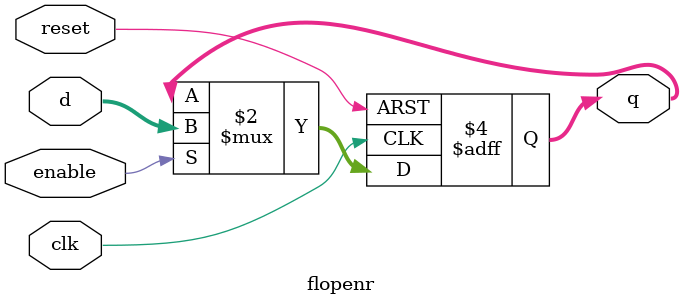
<source format=sv>

module flopenr #(
  parameter WIDTH = 8 // Bit width parameter for input and output signals
) (
  input logic clk, // Clock signal
  input logic reset, // Reset signal
  input logic enable, // Enable signal
  input logic [WIDTH-1:0] d, // Input data
  output logic [WIDTH-1:0] q // Output data representing the stored value
);

  always_ff @(posedge clk, posedge reset)
    if (reset)
      q <= 0;
    else if (enable)
      q <= d;

endmodule

</source>
